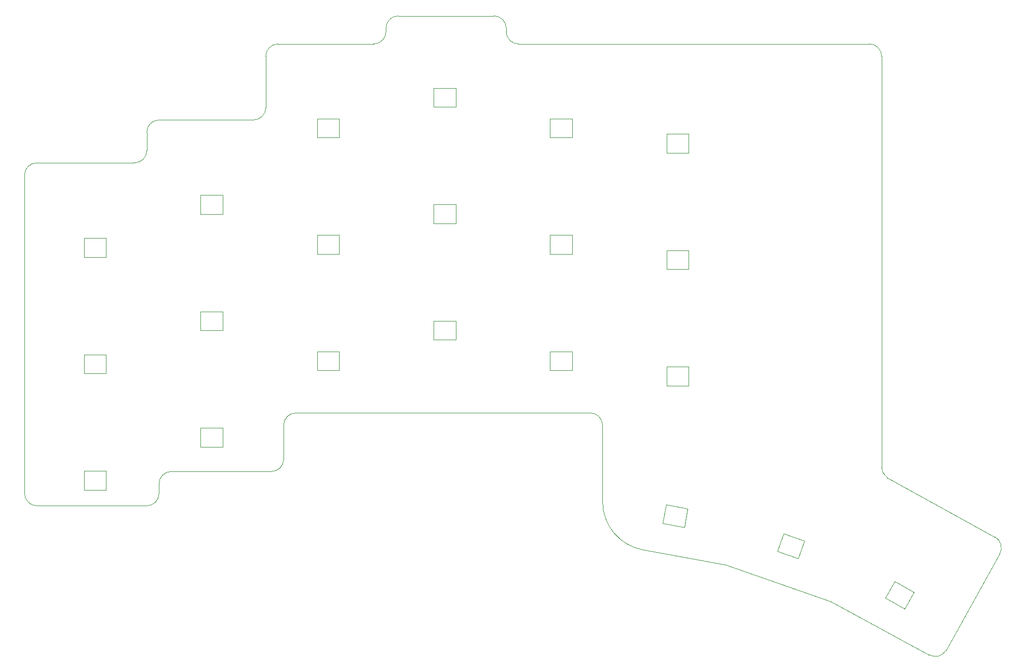
<source format=gm1>
G04 #@! TF.GenerationSoftware,KiCad,Pcbnew,8.0.1*
G04 #@! TF.CreationDate,2024-07-06T22:17:55+02:00*
G04 #@! TF.ProjectId,cornia,636f726e-6961-42e6-9b69-6361645f7063,rev?*
G04 #@! TF.SameCoordinates,Original*
G04 #@! TF.FileFunction,Profile,NP*
%FSLAX46Y46*%
G04 Gerber Fmt 4.6, Leading zero omitted, Abs format (unit mm)*
G04 Created by KiCad (PCBNEW 8.0.1) date 2024-07-06 22:17:55*
%MOMM*%
%LPD*%
G01*
G04 APERTURE LIST*
G04 #@! TA.AperFunction,Profile*
%ADD10C,0.050000*%
G04 #@! TD*
G04 #@! TA.AperFunction,Profile*
%ADD11C,0.100000*%
G04 #@! TD*
G04 APERTURE END LIST*
D10*
X58000000Y-36600000D02*
X58000000Y-28188750D01*
X60918600Y-94000000D02*
G75*
G02*
X58918600Y-96000000I-2000000J0D01*
G01*
X40600000Y-98000000D02*
G75*
G02*
X42600000Y-96000000I2000000J0D01*
G01*
X176918600Y-106688750D02*
G75*
G02*
X177668541Y-109438716I-1000000J-1749950D01*
G01*
X77600000Y-24188750D02*
G75*
G02*
X75600000Y-26188800I-2000000J-50D01*
G01*
X95200000Y-21600000D02*
G75*
G02*
X97200000Y-23600000I0J-2000000D01*
G01*
X132918600Y-111188750D02*
X150168600Y-117188750D01*
X38600000Y-43600000D02*
G75*
G02*
X36600000Y-45600000I-2000000J0D01*
G01*
X40600000Y-99600000D02*
G75*
G02*
X38600000Y-101600000I-2000000J0D01*
G01*
X77600000Y-23600000D02*
X77600000Y-24188750D01*
X40600000Y-99600000D02*
X40600000Y-98000000D01*
X158418600Y-28188750D02*
X158418600Y-95293750D01*
X38600000Y-40600000D02*
X38600000Y-43600000D01*
X18668600Y-47600000D02*
G75*
G02*
X20668600Y-45600000I2000000J0D01*
G01*
X42600000Y-96000000D02*
X58918600Y-96000000D01*
X75600000Y-26188750D02*
X60000000Y-26188750D01*
X156418600Y-26188750D02*
G75*
G02*
X158418550Y-28188750I0J-1999950D01*
G01*
X38600000Y-40600000D02*
G75*
G02*
X40600000Y-38600000I2000000J0D01*
G01*
X56000000Y-38600000D02*
X40600000Y-38600000D01*
X60918600Y-88438750D02*
G75*
G02*
X62918600Y-86438750I2000000J0D01*
G01*
X177668600Y-109438750D02*
X168918600Y-125188750D01*
X60918600Y-94000000D02*
X60918600Y-88438750D01*
X58000000Y-36600000D02*
G75*
G02*
X56000000Y-38600000I-2000000J0D01*
G01*
X20668600Y-101600000D02*
G75*
G02*
X18668600Y-99600000I0J2000000D01*
G01*
X119510921Y-108789746D02*
X132918600Y-111188750D01*
X110918600Y-86438750D02*
G75*
G02*
X112918550Y-88438750I0J-1999950D01*
G01*
X99200000Y-26188750D02*
G75*
G02*
X97200050Y-24188750I0J1999950D01*
G01*
X18668600Y-47600000D02*
X18668600Y-99600000D01*
X159309200Y-96957851D02*
X176918600Y-106688750D01*
X112918600Y-100913297D02*
X112918600Y-88438750D01*
X36600000Y-45600000D02*
X20668600Y-45600000D01*
X159309200Y-96957851D02*
G75*
G02*
X158418597Y-95293750I1109300J1664051D01*
G01*
X58000000Y-28188750D02*
G75*
G02*
X60000000Y-26188750I2000000J0D01*
G01*
X38600000Y-101600000D02*
X20668600Y-101600000D01*
X168918599Y-125188750D02*
G75*
G02*
X166168591Y-125938766I-1749999J999950D01*
G01*
X95200000Y-21600000D02*
X79600000Y-21600000D01*
X99200000Y-26188750D02*
X156418600Y-26188750D01*
X97200000Y-23600000D02*
X97200000Y-24188750D01*
X150168600Y-117188750D02*
X166168600Y-125938750D01*
X62918600Y-86438750D02*
X110918600Y-86438750D01*
X77600000Y-23600000D02*
G75*
G02*
X79600000Y-21600000I2000000J0D01*
G01*
X119510764Y-108790621D02*
G75*
G02*
X112918583Y-100913297I1408736J7875921D01*
G01*
D11*
X28368600Y-76888750D02*
X28368600Y-79988750D01*
X28368600Y-79988750D02*
X31968600Y-79988750D01*
X31968600Y-76888750D02*
X28368600Y-76888750D01*
X31968600Y-79988750D02*
X31968600Y-76888750D01*
X159007556Y-116633772D02*
X162155273Y-118380735D01*
X160511885Y-113923239D02*
X159007556Y-116633772D01*
X162155273Y-118380735D02*
X163659602Y-115670202D01*
X163659602Y-115670202D02*
X160511885Y-113923239D01*
X47368600Y-50888750D02*
X47368600Y-53988750D01*
X47368600Y-53988750D02*
X50968600Y-53988750D01*
X50968600Y-50888750D02*
X47368600Y-50888750D01*
X50968600Y-53988750D02*
X50968600Y-50888750D01*
X104368600Y-76388750D02*
X104368600Y-79488750D01*
X104368600Y-79488750D02*
X107968600Y-79488750D01*
X107968600Y-76388750D02*
X104368600Y-76388750D01*
X107968600Y-79488750D02*
X107968600Y-76388750D01*
X85368600Y-71388750D02*
X85368600Y-74488750D01*
X85368600Y-74488750D02*
X88968600Y-74488750D01*
X88968600Y-71388750D02*
X85368600Y-71388750D01*
X88968600Y-74488750D02*
X88968600Y-71388750D01*
X123368600Y-40888750D02*
X123368600Y-43988750D01*
X123368600Y-43988750D02*
X126968600Y-43988750D01*
X126968600Y-40888750D02*
X123368600Y-40888750D01*
X126968600Y-43988750D02*
X126968600Y-40888750D01*
X122729456Y-104478952D02*
X126276603Y-105093564D01*
X123258705Y-101424464D02*
X122729456Y-104478952D01*
X126276603Y-105093564D02*
X126805852Y-102039076D01*
X126805852Y-102039076D02*
X123258705Y-101424464D01*
X66368600Y-57388750D02*
X66368600Y-60488750D01*
X66368600Y-60488750D02*
X69968600Y-60488750D01*
X69968600Y-57388750D02*
X66368600Y-57388750D01*
X69968600Y-60488750D02*
X69968600Y-57388750D01*
X85368600Y-52388750D02*
X85368600Y-55488750D01*
X85368600Y-55488750D02*
X88968600Y-55488750D01*
X88968600Y-52388750D02*
X85368600Y-52388750D01*
X88968600Y-55488750D02*
X88968600Y-52388750D01*
X123368600Y-78888750D02*
X123368600Y-81988750D01*
X123368600Y-81988750D02*
X126968600Y-81988750D01*
X126968600Y-78888750D02*
X123368600Y-78888750D01*
X126968600Y-81988750D02*
X126968600Y-78888750D01*
X141375386Y-109031177D02*
X144770361Y-110228735D01*
X142406617Y-106107727D02*
X141375386Y-109031177D01*
X144770361Y-110228735D02*
X145801592Y-107305285D01*
X145801592Y-107305285D02*
X142406617Y-106107727D01*
X66368600Y-76388750D02*
X66368600Y-79488750D01*
X66368600Y-79488750D02*
X69968600Y-79488750D01*
X69968600Y-76388750D02*
X66368600Y-76388750D01*
X69968600Y-79488750D02*
X69968600Y-76388750D01*
X66368600Y-38388750D02*
X66368600Y-41488750D01*
X66368600Y-41488750D02*
X69968600Y-41488750D01*
X69968600Y-38388750D02*
X66368600Y-38388750D01*
X69968600Y-41488750D02*
X69968600Y-38388750D01*
X104368600Y-57388750D02*
X104368600Y-60488750D01*
X104368600Y-60488750D02*
X107968600Y-60488750D01*
X107968600Y-57388750D02*
X104368600Y-57388750D01*
X107968600Y-60488750D02*
X107968600Y-57388750D01*
X104368600Y-38388750D02*
X104368600Y-41488750D01*
X104368600Y-41488750D02*
X107968600Y-41488750D01*
X107968600Y-38388750D02*
X104368600Y-38388750D01*
X107968600Y-41488750D02*
X107968600Y-38388750D01*
X123368600Y-59888750D02*
X123368600Y-62988750D01*
X123368600Y-62988750D02*
X126968600Y-62988750D01*
X126968600Y-59888750D02*
X123368600Y-59888750D01*
X126968600Y-62988750D02*
X126968600Y-59888750D01*
X28368600Y-95888750D02*
X28368600Y-98988750D01*
X28368600Y-98988750D02*
X31968600Y-98988750D01*
X31968600Y-95888750D02*
X28368600Y-95888750D01*
X31968600Y-98988750D02*
X31968600Y-95888750D01*
X47368600Y-88888750D02*
X47368600Y-91988750D01*
X47368600Y-91988750D02*
X50968600Y-91988750D01*
X50968600Y-88888750D02*
X47368600Y-88888750D01*
X50968600Y-91988750D02*
X50968600Y-88888750D01*
X47368600Y-69888750D02*
X47368600Y-72988750D01*
X47368600Y-72988750D02*
X50968600Y-72988750D01*
X50968600Y-69888750D02*
X47368600Y-69888750D01*
X50968600Y-72988750D02*
X50968600Y-69888750D01*
X28368600Y-57888750D02*
X28368600Y-60988750D01*
X28368600Y-60988750D02*
X31968600Y-60988750D01*
X31968600Y-57888750D02*
X28368600Y-57888750D01*
X31968600Y-60988750D02*
X31968600Y-57888750D01*
X85368600Y-33388750D02*
X85368600Y-36488750D01*
X85368600Y-36488750D02*
X88968600Y-36488750D01*
X88968600Y-33388750D02*
X85368600Y-33388750D01*
X88968600Y-36488750D02*
X88968600Y-33388750D01*
M02*

</source>
